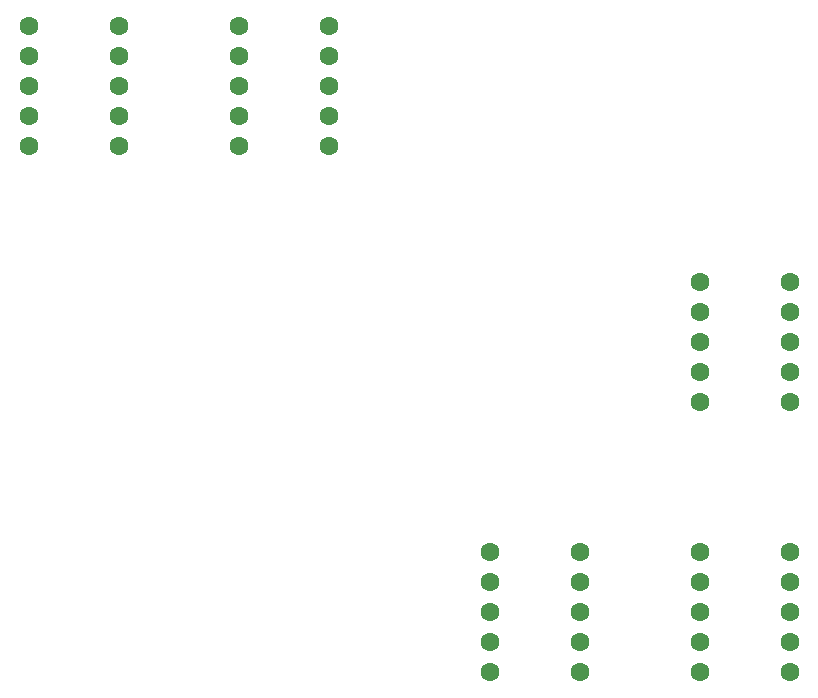
<source format=gbr>
G04 #@! TF.GenerationSoftware,KiCad,Pcbnew,6.0.4+dfsg-1+b1*
G04 #@! TF.CreationDate,2022-05-30T21:12:58+03:00*
G04 #@! TF.ProjectId,cps1_adapter,63707331-5f61-4646-9170-7465722e6b69,rev?*
G04 #@! TF.SameCoordinates,Original*
G04 #@! TF.FileFunction,Soldermask,Bot*
G04 #@! TF.FilePolarity,Negative*
%FSLAX46Y46*%
G04 Gerber Fmt 4.6, Leading zero omitted, Abs format (unit mm)*
G04 Created by KiCad (PCBNEW 6.0.4+dfsg-1+b1) date 2022-05-30 21:12:58*
%MOMM*%
%LPD*%
G01*
G04 APERTURE LIST*
%ADD10C,1.601600*%
G04 APERTURE END LIST*
D10*
X82445000Y-80000000D03*
X82445000Y-82540000D03*
X82445000Y-85080000D03*
X82445000Y-87620000D03*
X82445000Y-90160000D03*
X90065000Y-90160000D03*
X90065000Y-87620000D03*
X90065000Y-85080000D03*
X90065000Y-82540000D03*
X90065000Y-80000000D03*
X100225000Y-80000000D03*
X100225000Y-82540000D03*
X100225000Y-85080000D03*
X100225000Y-87620000D03*
X100225000Y-90160000D03*
X107845000Y-90160000D03*
X107845000Y-87620000D03*
X107845000Y-85080000D03*
X107845000Y-82540000D03*
X107845000Y-80000000D03*
X100225000Y-57140000D03*
X100225000Y-59680000D03*
X100225000Y-62220000D03*
X100225000Y-64760000D03*
X100225000Y-67300000D03*
X107845000Y-67300000D03*
X107845000Y-64760000D03*
X107845000Y-62220000D03*
X107845000Y-59680000D03*
X107845000Y-57140000D03*
X43445000Y-35500000D03*
X43445000Y-38040000D03*
X43445000Y-40580000D03*
X43445000Y-43120000D03*
X43445000Y-45660000D03*
X51065000Y-45660000D03*
X51065000Y-43120000D03*
X51065000Y-40580000D03*
X51065000Y-38040000D03*
X51065000Y-35500000D03*
X61225000Y-35500000D03*
X61225000Y-38040000D03*
X61225000Y-40580000D03*
X61225000Y-43120000D03*
X61225000Y-45660000D03*
X68845000Y-45660000D03*
X68845000Y-43120000D03*
X68845000Y-40580000D03*
X68845000Y-38040000D03*
X68845000Y-35500000D03*
M02*

</source>
